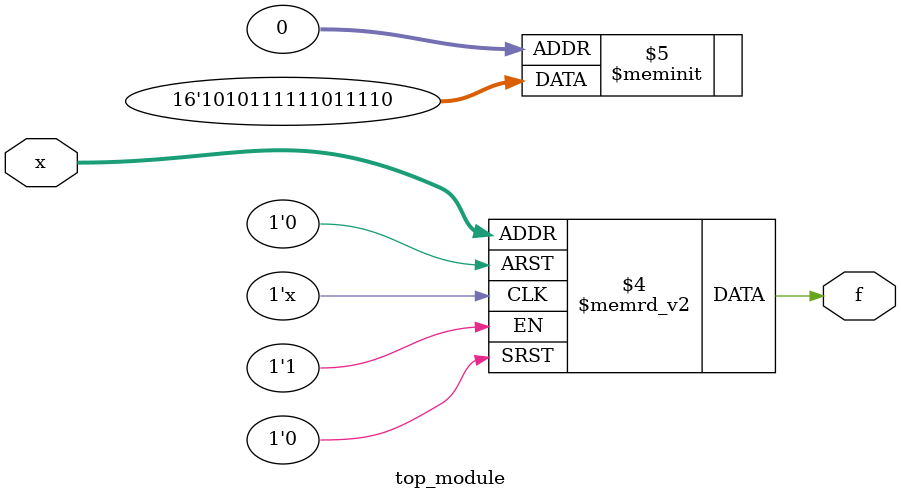
<source format=sv>
module top_module (
    input [4:1] x,
    output logic f
);

always_comb begin
    case (x)
        4'b0000, 4'b0101, 4'b1100, 4'b1110: f = 1'b0; // Corrected the don't-care condition for 4'b1110
        4'b0001, 4'b0011, 4'b0111, 4'b1001, 4'b1010, 4'b1011: f = 1'b1;
        default: f = 1'b1; // Corrected the don't-care condition to output 1
    endcase
end

endmodule

</source>
